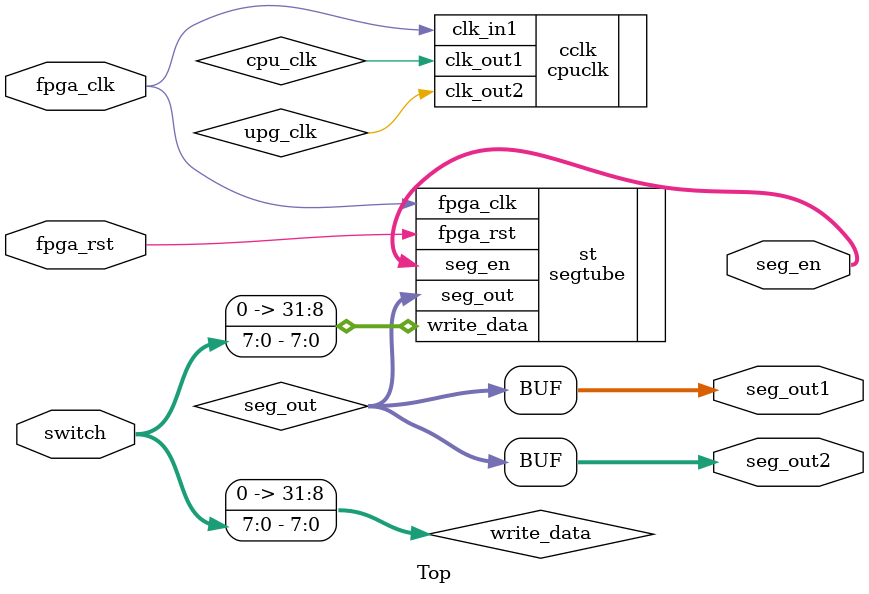
<source format=v>
`timescale 1ns / 1ps

module Top(
    input fpga_rst, //Active High
    input fpga_clk,
    input[7:0] switch,
    output [7:0] seg_out1,
    output [7:0] seg_out2,
    output [7:0] seg_en
    );
   
    
    wire cpu_clk;
   // UART Programmer Pinouts
    wire upg_clk, upg_clk_o;
    cpuclk cclk(.clk_in1(fpga_clk),
                .clk_out1(cpu_clk),
                .clk_out2(upg_clk));

   
    reg[31:0] segwrite;
    wire[7:0] seg_out;
    wire [31:0] write_data;
    assign write_data={24'h0000_00,switch};
    segtube st(.fpga_clk(fpga_clk),
               .fpga_rst(fpga_rst),  //cpu_rst
               .write_data(write_data), //input from memorio
               .seg_en(seg_en),  //Top output
               .seg_out(seg_out)); //Top output

    assign seg_out1=seg_out;
    assign seg_out2=seg_out;



endmodule

</source>
